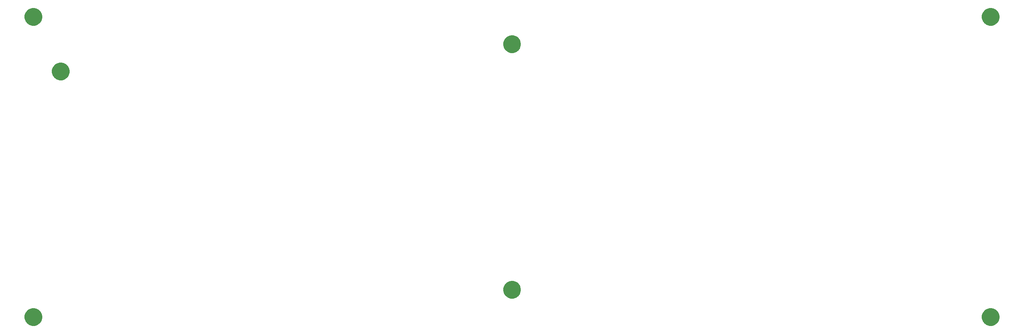
<source format=gbr>
G04 #@! TF.GenerationSoftware,KiCad,Pcbnew,(5.1.4)-1*
G04 #@! TF.CreationDate,2020-10-25T14:57:47-07:00*
G04 #@! TF.ProjectId,bottom,626f7474-6f6d-42e6-9b69-6361645f7063,rev?*
G04 #@! TF.SameCoordinates,Original*
G04 #@! TF.FileFunction,Soldermask,Top*
G04 #@! TF.FilePolarity,Negative*
%FSLAX46Y46*%
G04 Gerber Fmt 4.6, Leading zero omitted, Abs format (unit mm)*
G04 Created by KiCad (PCBNEW (5.1.4)-1) date 2020-10-25 14:57:47*
%MOMM*%
%LPD*%
G04 APERTURE LIST*
%ADD10C,0.100000*%
G04 APERTURE END LIST*
D10*
G36*
X46635754Y-99627818D02*
G01*
X47009011Y-99782426D01*
X47009013Y-99782427D01*
X47344936Y-100006884D01*
X47630616Y-100292564D01*
X47854613Y-100627798D01*
X47855074Y-100628489D01*
X48009682Y-101001746D01*
X48088500Y-101397993D01*
X48088500Y-101802007D01*
X48009682Y-102198254D01*
X47897898Y-102468124D01*
X47855073Y-102571513D01*
X47630616Y-102907436D01*
X47344936Y-103193116D01*
X47009013Y-103417573D01*
X47009012Y-103417574D01*
X47009011Y-103417574D01*
X46635754Y-103572182D01*
X46239507Y-103651000D01*
X45835493Y-103651000D01*
X45439246Y-103572182D01*
X45065989Y-103417574D01*
X45065988Y-103417574D01*
X45065987Y-103417573D01*
X44730064Y-103193116D01*
X44444384Y-102907436D01*
X44219927Y-102571513D01*
X44177102Y-102468124D01*
X44065318Y-102198254D01*
X43986500Y-101802007D01*
X43986500Y-101397993D01*
X44065318Y-101001746D01*
X44219926Y-100628489D01*
X44220388Y-100627798D01*
X44444384Y-100292564D01*
X44730064Y-100006884D01*
X45065987Y-99782427D01*
X45065989Y-99782426D01*
X45439246Y-99627818D01*
X45835493Y-99549000D01*
X46239507Y-99549000D01*
X46635754Y-99627818D01*
X46635754Y-99627818D01*
G37*
G36*
X268885754Y-99627818D02*
G01*
X269259011Y-99782426D01*
X269259013Y-99782427D01*
X269594936Y-100006884D01*
X269880616Y-100292564D01*
X270104613Y-100627798D01*
X270105074Y-100628489D01*
X270259682Y-101001746D01*
X270338500Y-101397993D01*
X270338500Y-101802007D01*
X270259682Y-102198254D01*
X270147898Y-102468124D01*
X270105073Y-102571513D01*
X269880616Y-102907436D01*
X269594936Y-103193116D01*
X269259013Y-103417573D01*
X269259012Y-103417574D01*
X269259011Y-103417574D01*
X268885754Y-103572182D01*
X268489507Y-103651000D01*
X268085493Y-103651000D01*
X267689246Y-103572182D01*
X267315989Y-103417574D01*
X267315988Y-103417574D01*
X267315987Y-103417573D01*
X266980064Y-103193116D01*
X266694384Y-102907436D01*
X266469927Y-102571513D01*
X266427102Y-102468124D01*
X266315318Y-102198254D01*
X266236500Y-101802007D01*
X266236500Y-101397993D01*
X266315318Y-101001746D01*
X266469926Y-100628489D01*
X266470388Y-100627798D01*
X266694384Y-100292564D01*
X266980064Y-100006884D01*
X267315987Y-99782427D01*
X267315989Y-99782426D01*
X267689246Y-99627818D01*
X268085493Y-99549000D01*
X268489507Y-99549000D01*
X268885754Y-99627818D01*
X268885754Y-99627818D01*
G37*
G36*
X157760754Y-93277818D02*
G01*
X158134011Y-93432426D01*
X158134013Y-93432427D01*
X158469936Y-93656884D01*
X158755616Y-93942564D01*
X158979613Y-94277798D01*
X158980074Y-94278489D01*
X159134682Y-94651746D01*
X159213500Y-95047993D01*
X159213500Y-95452007D01*
X159134682Y-95848254D01*
X159022898Y-96118124D01*
X158980073Y-96221513D01*
X158755616Y-96557436D01*
X158469936Y-96843116D01*
X158134013Y-97067573D01*
X158134012Y-97067574D01*
X158134011Y-97067574D01*
X157760754Y-97222182D01*
X157364507Y-97301000D01*
X156960493Y-97301000D01*
X156564246Y-97222182D01*
X156190989Y-97067574D01*
X156190988Y-97067574D01*
X156190987Y-97067573D01*
X155855064Y-96843116D01*
X155569384Y-96557436D01*
X155344927Y-96221513D01*
X155302102Y-96118124D01*
X155190318Y-95848254D01*
X155111500Y-95452007D01*
X155111500Y-95047993D01*
X155190318Y-94651746D01*
X155344926Y-94278489D01*
X155345388Y-94277798D01*
X155569384Y-93942564D01*
X155855064Y-93656884D01*
X156190987Y-93432427D01*
X156190989Y-93432426D01*
X156564246Y-93277818D01*
X156960493Y-93199000D01*
X157364507Y-93199000D01*
X157760754Y-93277818D01*
X157760754Y-93277818D01*
G37*
G36*
X52985754Y-42477818D02*
G01*
X53359011Y-42632426D01*
X53359013Y-42632427D01*
X53694936Y-42856884D01*
X53980616Y-43142564D01*
X54205074Y-43478489D01*
X54359682Y-43851746D01*
X54438500Y-44247993D01*
X54438500Y-44652007D01*
X54359682Y-45048254D01*
X54205074Y-45421511D01*
X54205073Y-45421513D01*
X53980616Y-45757436D01*
X53694936Y-46043116D01*
X53359013Y-46267573D01*
X53359012Y-46267574D01*
X53359011Y-46267574D01*
X52985754Y-46422182D01*
X52589507Y-46501000D01*
X52185493Y-46501000D01*
X51789246Y-46422182D01*
X51415989Y-46267574D01*
X51415988Y-46267574D01*
X51415987Y-46267573D01*
X51080064Y-46043116D01*
X50794384Y-45757436D01*
X50569927Y-45421513D01*
X50569926Y-45421511D01*
X50415318Y-45048254D01*
X50336500Y-44652007D01*
X50336500Y-44247993D01*
X50415318Y-43851746D01*
X50569926Y-43478489D01*
X50794384Y-43142564D01*
X51080064Y-42856884D01*
X51415987Y-42632427D01*
X51415989Y-42632426D01*
X51789246Y-42477818D01*
X52185493Y-42399000D01*
X52589507Y-42399000D01*
X52985754Y-42477818D01*
X52985754Y-42477818D01*
G37*
G36*
X157760754Y-36127818D02*
G01*
X158134011Y-36282426D01*
X158134013Y-36282427D01*
X158469936Y-36506884D01*
X158755616Y-36792564D01*
X158979613Y-37127798D01*
X158980074Y-37128489D01*
X159134682Y-37501746D01*
X159213500Y-37897993D01*
X159213500Y-38302007D01*
X159134682Y-38698254D01*
X159022898Y-38968124D01*
X158980073Y-39071513D01*
X158755616Y-39407436D01*
X158469936Y-39693116D01*
X158134013Y-39917573D01*
X158134012Y-39917574D01*
X158134011Y-39917574D01*
X157760754Y-40072182D01*
X157364507Y-40151000D01*
X156960493Y-40151000D01*
X156564246Y-40072182D01*
X156190989Y-39917574D01*
X156190988Y-39917574D01*
X156190987Y-39917573D01*
X155855064Y-39693116D01*
X155569384Y-39407436D01*
X155344927Y-39071513D01*
X155302102Y-38968124D01*
X155190318Y-38698254D01*
X155111500Y-38302007D01*
X155111500Y-37897993D01*
X155190318Y-37501746D01*
X155344926Y-37128489D01*
X155345388Y-37127798D01*
X155569384Y-36792564D01*
X155855064Y-36506884D01*
X156190987Y-36282427D01*
X156190989Y-36282426D01*
X156564246Y-36127818D01*
X156960493Y-36049000D01*
X157364507Y-36049000D01*
X157760754Y-36127818D01*
X157760754Y-36127818D01*
G37*
G36*
X268885754Y-29777818D02*
G01*
X269259011Y-29932426D01*
X269259013Y-29932427D01*
X269594936Y-30156884D01*
X269880616Y-30442564D01*
X270104613Y-30777798D01*
X270105074Y-30778489D01*
X270259682Y-31151746D01*
X270338500Y-31547993D01*
X270338500Y-31952007D01*
X270259682Y-32348254D01*
X270147898Y-32618124D01*
X270105073Y-32721513D01*
X269880616Y-33057436D01*
X269594936Y-33343116D01*
X269259013Y-33567573D01*
X269259012Y-33567574D01*
X269259011Y-33567574D01*
X268885754Y-33722182D01*
X268489507Y-33801000D01*
X268085493Y-33801000D01*
X267689246Y-33722182D01*
X267315989Y-33567574D01*
X267315988Y-33567574D01*
X267315987Y-33567573D01*
X266980064Y-33343116D01*
X266694384Y-33057436D01*
X266469927Y-32721513D01*
X266427102Y-32618124D01*
X266315318Y-32348254D01*
X266236500Y-31952007D01*
X266236500Y-31547993D01*
X266315318Y-31151746D01*
X266469926Y-30778489D01*
X266470388Y-30777798D01*
X266694384Y-30442564D01*
X266980064Y-30156884D01*
X267315987Y-29932427D01*
X267315989Y-29932426D01*
X267689246Y-29777818D01*
X268085493Y-29699000D01*
X268489507Y-29699000D01*
X268885754Y-29777818D01*
X268885754Y-29777818D01*
G37*
G36*
X46635754Y-29777818D02*
G01*
X47009011Y-29932426D01*
X47009013Y-29932427D01*
X47344936Y-30156884D01*
X47630616Y-30442564D01*
X47854613Y-30777798D01*
X47855074Y-30778489D01*
X48009682Y-31151746D01*
X48088500Y-31547993D01*
X48088500Y-31952007D01*
X48009682Y-32348254D01*
X47897898Y-32618124D01*
X47855073Y-32721513D01*
X47630616Y-33057436D01*
X47344936Y-33343116D01*
X47009013Y-33567573D01*
X47009012Y-33567574D01*
X47009011Y-33567574D01*
X46635754Y-33722182D01*
X46239507Y-33801000D01*
X45835493Y-33801000D01*
X45439246Y-33722182D01*
X45065989Y-33567574D01*
X45065988Y-33567574D01*
X45065987Y-33567573D01*
X44730064Y-33343116D01*
X44444384Y-33057436D01*
X44219927Y-32721513D01*
X44177102Y-32618124D01*
X44065318Y-32348254D01*
X43986500Y-31952007D01*
X43986500Y-31547993D01*
X44065318Y-31151746D01*
X44219926Y-30778489D01*
X44220388Y-30777798D01*
X44444384Y-30442564D01*
X44730064Y-30156884D01*
X45065987Y-29932427D01*
X45065989Y-29932426D01*
X45439246Y-29777818D01*
X45835493Y-29699000D01*
X46239507Y-29699000D01*
X46635754Y-29777818D01*
X46635754Y-29777818D01*
G37*
M02*

</source>
